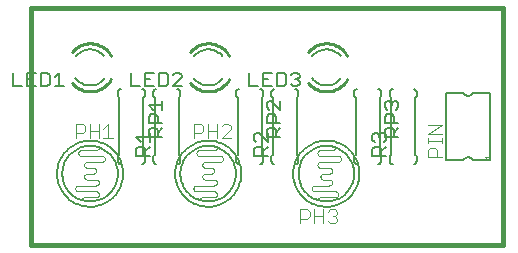
<source format=gto>
G75*
%MOIN*%
%OFA0B0*%
%FSLAX24Y24*%
%IPPOS*%
%LPD*%
%AMOC8*
5,1,8,0,0,1.08239X$1,22.5*
%
%ADD10C,0.0160*%
%ADD11C,0.0060*%
%ADD12C,0.0100*%
%ADD13C,0.0050*%
%ADD14C,0.0040*%
%ADD15C,0.0080*%
%ADD16C,0.0010*%
D10*
X000837Y000694D02*
X016585Y000694D01*
X016585Y008568D01*
X000837Y008568D01*
X000837Y000694D01*
D11*
X003733Y003481D02*
X003733Y003631D01*
X003783Y003681D01*
X003783Y005581D01*
X003733Y005631D01*
X003733Y005781D01*
X003735Y005798D01*
X003739Y005815D01*
X003746Y005831D01*
X003756Y005845D01*
X003769Y005858D01*
X003783Y005868D01*
X003799Y005875D01*
X003816Y005879D01*
X003833Y005881D01*
X004533Y005881D02*
X004550Y005879D01*
X004567Y005875D01*
X004583Y005868D01*
X004597Y005858D01*
X004610Y005845D01*
X004620Y005831D01*
X004627Y005815D01*
X004631Y005798D01*
X004633Y005781D01*
X004633Y005631D01*
X004583Y005581D01*
X004583Y003681D01*
X004633Y003631D01*
X004633Y003481D01*
X004631Y003464D01*
X004627Y003447D01*
X004620Y003431D01*
X004610Y003417D01*
X004597Y003404D01*
X004583Y003394D01*
X004567Y003387D01*
X004550Y003383D01*
X004533Y003381D01*
X004914Y003481D02*
X004914Y003631D01*
X004964Y003681D01*
X004964Y005581D01*
X004914Y005631D01*
X004914Y005781D01*
X004916Y005798D01*
X004920Y005815D01*
X004927Y005831D01*
X004937Y005845D01*
X004950Y005858D01*
X004964Y005868D01*
X004980Y005875D01*
X004997Y005879D01*
X005014Y005881D01*
X005714Y005881D02*
X005731Y005879D01*
X005748Y005875D01*
X005764Y005868D01*
X005778Y005858D01*
X005791Y005845D01*
X005801Y005831D01*
X005808Y005815D01*
X005812Y005798D01*
X005814Y005781D01*
X005814Y005631D01*
X005764Y005581D01*
X005764Y003681D01*
X005814Y003631D01*
X005814Y003481D01*
X005812Y003464D01*
X005808Y003447D01*
X005801Y003431D01*
X005791Y003417D01*
X005778Y003404D01*
X005764Y003394D01*
X005748Y003387D01*
X005731Y003383D01*
X005714Y003381D01*
X005014Y003381D02*
X004997Y003383D01*
X004980Y003387D01*
X004964Y003394D01*
X004950Y003404D01*
X004937Y003417D01*
X004927Y003431D01*
X004920Y003447D01*
X004916Y003464D01*
X004914Y003481D01*
X003833Y003381D02*
X003816Y003383D01*
X003799Y003387D01*
X003783Y003394D01*
X003769Y003404D01*
X003756Y003417D01*
X003746Y003431D01*
X003739Y003447D01*
X003735Y003464D01*
X003733Y003481D01*
X007670Y003481D02*
X007670Y003631D01*
X007720Y003681D01*
X007720Y005581D01*
X007670Y005631D01*
X007670Y005781D01*
X007672Y005798D01*
X007676Y005815D01*
X007683Y005831D01*
X007693Y005845D01*
X007706Y005858D01*
X007720Y005868D01*
X007736Y005875D01*
X007753Y005879D01*
X007770Y005881D01*
X008470Y005881D02*
X008487Y005879D01*
X008504Y005875D01*
X008520Y005868D01*
X008534Y005858D01*
X008547Y005845D01*
X008557Y005831D01*
X008564Y005815D01*
X008568Y005798D01*
X008570Y005781D01*
X008570Y005631D01*
X008520Y005581D01*
X008520Y003681D01*
X008570Y003631D01*
X008570Y003481D01*
X008568Y003464D01*
X008564Y003447D01*
X008557Y003431D01*
X008547Y003417D01*
X008534Y003404D01*
X008520Y003394D01*
X008504Y003387D01*
X008487Y003383D01*
X008470Y003381D01*
X008851Y003481D02*
X008851Y003631D01*
X008901Y003681D01*
X008901Y005581D01*
X008851Y005631D01*
X008851Y005781D01*
X008853Y005798D01*
X008857Y005815D01*
X008864Y005831D01*
X008874Y005845D01*
X008887Y005858D01*
X008901Y005868D01*
X008917Y005875D01*
X008934Y005879D01*
X008951Y005881D01*
X009651Y005881D02*
X009668Y005879D01*
X009685Y005875D01*
X009701Y005868D01*
X009715Y005858D01*
X009728Y005845D01*
X009738Y005831D01*
X009745Y005815D01*
X009749Y005798D01*
X009751Y005781D01*
X009751Y005631D01*
X009701Y005581D01*
X009701Y003681D01*
X009751Y003631D01*
X009751Y003481D01*
X009749Y003464D01*
X009745Y003447D01*
X009738Y003431D01*
X009728Y003417D01*
X009715Y003404D01*
X009701Y003394D01*
X009685Y003387D01*
X009668Y003383D01*
X009651Y003381D01*
X008951Y003381D02*
X008934Y003383D01*
X008917Y003387D01*
X008901Y003394D01*
X008887Y003404D01*
X008874Y003417D01*
X008864Y003431D01*
X008857Y003447D01*
X008853Y003464D01*
X008851Y003481D01*
X007770Y003381D02*
X007753Y003383D01*
X007736Y003387D01*
X007720Y003394D01*
X007706Y003404D01*
X007693Y003417D01*
X007683Y003431D01*
X007676Y003447D01*
X007672Y003464D01*
X007670Y003481D01*
X011607Y003481D02*
X011607Y003631D01*
X011657Y003681D01*
X011657Y005581D01*
X011607Y005631D01*
X011607Y005781D01*
X011609Y005798D01*
X011613Y005815D01*
X011620Y005831D01*
X011630Y005845D01*
X011643Y005858D01*
X011657Y005868D01*
X011673Y005875D01*
X011690Y005879D01*
X011707Y005881D01*
X012407Y005881D02*
X012424Y005879D01*
X012441Y005875D01*
X012457Y005868D01*
X012471Y005858D01*
X012484Y005845D01*
X012494Y005831D01*
X012501Y005815D01*
X012505Y005798D01*
X012507Y005781D01*
X012507Y005631D01*
X012457Y005581D01*
X012457Y003681D01*
X012507Y003631D01*
X012507Y003481D01*
X012505Y003464D01*
X012501Y003447D01*
X012494Y003431D01*
X012484Y003417D01*
X012471Y003404D01*
X012457Y003394D01*
X012441Y003387D01*
X012424Y003383D01*
X012407Y003381D01*
X012788Y003481D02*
X012788Y003631D01*
X012838Y003681D01*
X012838Y005581D01*
X012788Y005631D01*
X012788Y005781D01*
X012790Y005798D01*
X012794Y005815D01*
X012801Y005831D01*
X012811Y005845D01*
X012824Y005858D01*
X012838Y005868D01*
X012854Y005875D01*
X012871Y005879D01*
X012888Y005881D01*
X013588Y005881D02*
X013605Y005879D01*
X013622Y005875D01*
X013638Y005868D01*
X013652Y005858D01*
X013665Y005845D01*
X013675Y005831D01*
X013682Y005815D01*
X013686Y005798D01*
X013688Y005781D01*
X013688Y005631D01*
X013638Y005581D01*
X013638Y003681D01*
X013688Y003631D01*
X013688Y003481D01*
X013686Y003464D01*
X013682Y003447D01*
X013675Y003431D01*
X013665Y003417D01*
X013652Y003404D01*
X013638Y003394D01*
X013622Y003387D01*
X013605Y003383D01*
X013588Y003381D01*
X012888Y003381D02*
X012871Y003383D01*
X012854Y003387D01*
X012838Y003394D01*
X012824Y003404D01*
X012811Y003417D01*
X012801Y003431D01*
X012794Y003447D01*
X012790Y003464D01*
X012788Y003481D01*
X011707Y003381D02*
X011690Y003383D01*
X011673Y003387D01*
X011657Y003394D01*
X011643Y003404D01*
X011630Y003417D01*
X011620Y003431D01*
X011613Y003447D01*
X011609Y003464D01*
X011607Y003481D01*
X010679Y005999D02*
X010632Y006001D01*
X010584Y006007D01*
X010538Y006016D01*
X010492Y006029D01*
X010448Y006045D01*
X010404Y006066D01*
X010363Y006089D01*
X010324Y006115D01*
X010287Y006145D01*
X010252Y006178D01*
X010220Y006213D01*
X010191Y006250D01*
X010679Y007199D02*
X010724Y007197D01*
X010770Y007192D01*
X010814Y007184D01*
X010858Y007172D01*
X010901Y007156D01*
X010943Y007138D01*
X010983Y007116D01*
X011021Y007092D01*
X011057Y007065D01*
X011092Y007035D01*
X011123Y007002D01*
X011153Y006967D01*
X010679Y007199D02*
X010634Y007197D01*
X010588Y007192D01*
X010544Y007184D01*
X010500Y007172D01*
X010457Y007156D01*
X010415Y007138D01*
X010375Y007116D01*
X010337Y007092D01*
X010301Y007065D01*
X010266Y007035D01*
X010235Y007002D01*
X010205Y006967D01*
X010679Y005999D02*
X010725Y006001D01*
X010771Y006006D01*
X010817Y006015D01*
X010862Y006027D01*
X010905Y006043D01*
X010947Y006062D01*
X010988Y006085D01*
X011027Y006110D01*
X011063Y006138D01*
X011098Y006169D01*
X011130Y006203D01*
X011159Y006239D01*
X006742Y005999D02*
X006695Y006001D01*
X006647Y006007D01*
X006601Y006016D01*
X006555Y006029D01*
X006511Y006045D01*
X006467Y006066D01*
X006426Y006089D01*
X006387Y006115D01*
X006350Y006145D01*
X006315Y006178D01*
X006283Y006213D01*
X006254Y006250D01*
X006742Y007199D02*
X006787Y007197D01*
X006833Y007192D01*
X006877Y007184D01*
X006921Y007172D01*
X006964Y007156D01*
X007006Y007138D01*
X007046Y007116D01*
X007084Y007092D01*
X007120Y007065D01*
X007155Y007035D01*
X007186Y007002D01*
X007216Y006967D01*
X006742Y007199D02*
X006697Y007197D01*
X006651Y007192D01*
X006607Y007184D01*
X006563Y007172D01*
X006520Y007156D01*
X006478Y007138D01*
X006438Y007116D01*
X006400Y007092D01*
X006364Y007065D01*
X006329Y007035D01*
X006298Y007002D01*
X006268Y006967D01*
X006742Y005999D02*
X006788Y006001D01*
X006834Y006006D01*
X006880Y006015D01*
X006925Y006027D01*
X006968Y006043D01*
X007010Y006062D01*
X007051Y006085D01*
X007090Y006110D01*
X007126Y006138D01*
X007161Y006169D01*
X007193Y006203D01*
X007222Y006239D01*
X002805Y005999D02*
X002758Y006001D01*
X002710Y006007D01*
X002664Y006016D01*
X002618Y006029D01*
X002574Y006045D01*
X002530Y006066D01*
X002489Y006089D01*
X002450Y006115D01*
X002413Y006145D01*
X002378Y006178D01*
X002346Y006213D01*
X002317Y006250D01*
X002805Y007199D02*
X002850Y007197D01*
X002896Y007192D01*
X002940Y007184D01*
X002984Y007172D01*
X003027Y007156D01*
X003069Y007138D01*
X003109Y007116D01*
X003147Y007092D01*
X003183Y007065D01*
X003218Y007035D01*
X003249Y007002D01*
X003279Y006967D01*
X002805Y007199D02*
X002760Y007197D01*
X002714Y007192D01*
X002670Y007184D01*
X002626Y007172D01*
X002583Y007156D01*
X002541Y007138D01*
X002501Y007116D01*
X002463Y007092D01*
X002427Y007065D01*
X002392Y007035D01*
X002361Y007002D01*
X002331Y006967D01*
X002805Y005999D02*
X002851Y006001D01*
X002897Y006006D01*
X002943Y006015D01*
X002988Y006027D01*
X003031Y006043D01*
X003073Y006062D01*
X003114Y006085D01*
X003153Y006110D01*
X003189Y006138D01*
X003224Y006169D01*
X003256Y006203D01*
X003285Y006239D01*
D12*
X003500Y006996D02*
X003470Y007044D01*
X003437Y007089D01*
X003401Y007132D01*
X003363Y007173D01*
X003321Y007210D01*
X003277Y007245D01*
X003231Y007276D01*
X003182Y007305D01*
X003132Y007329D01*
X003080Y007350D01*
X003026Y007368D01*
X002972Y007381D01*
X002917Y007391D01*
X002861Y007397D01*
X002805Y007399D01*
X003511Y006223D02*
X003484Y006176D01*
X003454Y006131D01*
X003421Y006088D01*
X003385Y006048D01*
X003346Y006010D01*
X003305Y005975D01*
X003262Y005942D01*
X003217Y005913D01*
X003169Y005887D01*
X003120Y005864D01*
X003070Y005844D01*
X003019Y005828D01*
X002966Y005815D01*
X002913Y005806D01*
X002859Y005801D01*
X002805Y005799D01*
X002194Y007116D02*
X002230Y007155D01*
X002269Y007193D01*
X002309Y007227D01*
X002352Y007259D01*
X002397Y007287D01*
X002444Y007313D01*
X002493Y007336D01*
X002543Y007355D01*
X002594Y007371D01*
X002646Y007383D01*
X002698Y007392D01*
X002752Y007397D01*
X002805Y007399D01*
X002190Y006087D02*
X002226Y006047D01*
X002265Y006009D01*
X002306Y005974D01*
X002349Y005942D01*
X002394Y005912D01*
X002441Y005886D01*
X002490Y005864D01*
X002541Y005844D01*
X002592Y005828D01*
X002644Y005815D01*
X002698Y005806D01*
X002751Y005801D01*
X002805Y005799D01*
X006742Y005799D02*
X006796Y005801D01*
X006850Y005806D01*
X006903Y005815D01*
X006956Y005828D01*
X007007Y005844D01*
X007057Y005864D01*
X007106Y005887D01*
X007154Y005913D01*
X007199Y005942D01*
X007242Y005975D01*
X007283Y006010D01*
X007322Y006048D01*
X007358Y006088D01*
X007391Y006131D01*
X007421Y006176D01*
X007448Y006223D01*
X007437Y006996D02*
X007407Y007044D01*
X007374Y007089D01*
X007338Y007132D01*
X007300Y007173D01*
X007258Y007210D01*
X007214Y007245D01*
X007168Y007276D01*
X007119Y007305D01*
X007069Y007329D01*
X007017Y007350D01*
X006963Y007368D01*
X006909Y007381D01*
X006854Y007391D01*
X006798Y007397D01*
X006742Y007399D01*
X006689Y007397D01*
X006635Y007392D01*
X006583Y007383D01*
X006531Y007371D01*
X006480Y007355D01*
X006430Y007336D01*
X006381Y007313D01*
X006334Y007287D01*
X006289Y007259D01*
X006246Y007227D01*
X006206Y007193D01*
X006167Y007155D01*
X006131Y007116D01*
X006127Y006087D02*
X006163Y006047D01*
X006202Y006009D01*
X006243Y005974D01*
X006286Y005942D01*
X006331Y005912D01*
X006378Y005886D01*
X006427Y005864D01*
X006478Y005844D01*
X006529Y005828D01*
X006581Y005815D01*
X006635Y005806D01*
X006688Y005801D01*
X006742Y005799D01*
X010679Y005799D02*
X010733Y005801D01*
X010787Y005806D01*
X010840Y005815D01*
X010893Y005828D01*
X010944Y005844D01*
X010994Y005864D01*
X011043Y005887D01*
X011091Y005913D01*
X011136Y005942D01*
X011179Y005975D01*
X011220Y006010D01*
X011259Y006048D01*
X011295Y006088D01*
X011328Y006131D01*
X011358Y006176D01*
X011385Y006223D01*
X011374Y006996D02*
X011344Y007044D01*
X011311Y007089D01*
X011275Y007132D01*
X011237Y007173D01*
X011195Y007210D01*
X011151Y007245D01*
X011105Y007276D01*
X011056Y007305D01*
X011006Y007329D01*
X010954Y007350D01*
X010900Y007368D01*
X010846Y007381D01*
X010791Y007391D01*
X010735Y007397D01*
X010679Y007399D01*
X010626Y007397D01*
X010572Y007392D01*
X010520Y007383D01*
X010468Y007371D01*
X010417Y007355D01*
X010367Y007336D01*
X010318Y007313D01*
X010271Y007287D01*
X010226Y007259D01*
X010183Y007227D01*
X010143Y007193D01*
X010104Y007155D01*
X010068Y007116D01*
X010064Y006087D02*
X010100Y006047D01*
X010139Y006009D01*
X010180Y005974D01*
X010223Y005942D01*
X010268Y005912D01*
X010315Y005886D01*
X010364Y005864D01*
X010415Y005844D01*
X010466Y005828D01*
X010518Y005815D01*
X010572Y005806D01*
X010625Y005801D01*
X010679Y005799D01*
D13*
X009794Y006049D02*
X009719Y005974D01*
X009569Y005974D01*
X009494Y006049D01*
X009334Y006049D02*
X009259Y005974D01*
X009034Y005974D01*
X009034Y006425D01*
X009259Y006425D01*
X009334Y006350D01*
X009334Y006049D01*
X009644Y006199D02*
X009719Y006199D01*
X009794Y006124D01*
X009794Y006049D01*
X009719Y006199D02*
X009794Y006274D01*
X009794Y006350D01*
X009719Y006425D01*
X009569Y006425D01*
X009494Y006350D01*
X008873Y006425D02*
X008573Y006425D01*
X008573Y005974D01*
X008873Y005974D01*
X008723Y006199D02*
X008573Y006199D01*
X008413Y005974D02*
X008113Y005974D01*
X008113Y006425D01*
X008770Y005496D02*
X008695Y005421D01*
X008695Y005270D01*
X008770Y005195D01*
X008770Y005035D02*
X008920Y005035D01*
X008995Y004960D01*
X008995Y004735D01*
X009145Y004735D02*
X008695Y004735D01*
X008695Y004960D01*
X008770Y005035D01*
X009145Y005195D02*
X008845Y005496D01*
X008770Y005496D01*
X009145Y005496D02*
X009145Y005195D01*
X009145Y004575D02*
X008995Y004425D01*
X008995Y004500D02*
X008995Y004275D01*
X009145Y004275D02*
X008695Y004275D01*
X008695Y004500D01*
X008770Y004575D01*
X008920Y004575D01*
X008995Y004500D01*
X008726Y004416D02*
X008726Y004116D01*
X008426Y004416D01*
X008351Y004416D01*
X008276Y004341D01*
X008276Y004191D01*
X008351Y004116D01*
X008351Y003956D02*
X008501Y003956D01*
X008576Y003881D01*
X008576Y003656D01*
X008726Y003656D02*
X008276Y003656D01*
X008276Y003881D01*
X008351Y003956D01*
X008576Y003806D02*
X008726Y003956D01*
X012213Y003881D02*
X012213Y003656D01*
X012663Y003656D01*
X012513Y003656D02*
X012513Y003881D01*
X012438Y003956D01*
X012288Y003956D01*
X012213Y003881D01*
X012513Y003806D02*
X012663Y003956D01*
X012588Y004116D02*
X012663Y004191D01*
X012663Y004341D01*
X012588Y004416D01*
X012513Y004416D01*
X012438Y004341D01*
X012438Y004266D01*
X012438Y004341D02*
X012363Y004416D01*
X012288Y004416D01*
X012213Y004341D01*
X012213Y004191D01*
X012288Y004116D01*
X012632Y004275D02*
X012632Y004500D01*
X012707Y004575D01*
X012857Y004575D01*
X012932Y004500D01*
X012932Y004275D01*
X012932Y004425D02*
X013082Y004575D01*
X013082Y004735D02*
X012632Y004735D01*
X012632Y004960D01*
X012707Y005035D01*
X012857Y005035D01*
X012932Y004960D01*
X012932Y004735D01*
X013007Y005195D02*
X013082Y005270D01*
X013082Y005421D01*
X013007Y005496D01*
X012932Y005496D01*
X012857Y005421D01*
X012857Y005345D01*
X012857Y005421D02*
X012782Y005496D01*
X012707Y005496D01*
X012632Y005421D01*
X012632Y005270D01*
X012707Y005195D01*
X012632Y004275D02*
X013082Y004275D01*
X005857Y005974D02*
X005557Y005974D01*
X005857Y006274D01*
X005857Y006350D01*
X005782Y006425D01*
X005632Y006425D01*
X005557Y006350D01*
X005397Y006350D02*
X005322Y006425D01*
X005097Y006425D01*
X005097Y005974D01*
X005322Y005974D01*
X005397Y006049D01*
X005397Y006350D01*
X004936Y006425D02*
X004636Y006425D01*
X004636Y005974D01*
X004936Y005974D01*
X004786Y006199D02*
X004636Y006199D01*
X004476Y005974D02*
X004176Y005974D01*
X004176Y006425D01*
X005208Y005496D02*
X005208Y005195D01*
X005208Y005345D02*
X004758Y005345D01*
X004908Y005195D01*
X004833Y005035D02*
X004983Y005035D01*
X005058Y004960D01*
X005058Y004735D01*
X005208Y004735D02*
X004758Y004735D01*
X004758Y004960D01*
X004833Y005035D01*
X004833Y004575D02*
X004983Y004575D01*
X005058Y004500D01*
X005058Y004275D01*
X005058Y004425D02*
X005208Y004575D01*
X004833Y004575D02*
X004758Y004500D01*
X004758Y004275D01*
X005208Y004275D01*
X004789Y004266D02*
X004339Y004266D01*
X004489Y004116D01*
X004414Y003956D02*
X004564Y003956D01*
X004639Y003881D01*
X004639Y003656D01*
X004789Y003656D02*
X004339Y003656D01*
X004339Y003881D01*
X004414Y003956D01*
X004639Y003806D02*
X004789Y003956D01*
X004789Y004116D02*
X004789Y004416D01*
X001920Y005974D02*
X001620Y005974D01*
X001770Y005974D02*
X001770Y006425D01*
X001620Y006274D01*
X001460Y006350D02*
X001385Y006425D01*
X001160Y006425D01*
X001160Y005974D01*
X001385Y005974D01*
X001460Y006049D01*
X001460Y006350D01*
X000999Y006425D02*
X000699Y006425D01*
X000699Y005974D01*
X000999Y005974D01*
X000849Y006199D02*
X000699Y006199D01*
X000539Y005974D02*
X000239Y005974D01*
X000239Y006425D01*
D14*
X002330Y004710D02*
X002560Y004710D01*
X002637Y004633D01*
X002637Y004479D01*
X002560Y004403D01*
X002330Y004403D01*
X002330Y004249D02*
X002330Y004710D01*
X002790Y004710D02*
X002790Y004249D01*
X003097Y004249D02*
X003097Y004710D01*
X003251Y004556D02*
X003404Y004710D01*
X003404Y004249D01*
X003251Y004249D02*
X003558Y004249D01*
X003097Y004479D02*
X002790Y004479D01*
X003100Y003942D02*
X003099Y003925D01*
X003094Y003908D01*
X003087Y003893D01*
X003077Y003879D01*
X003065Y003867D01*
X003051Y003857D01*
X003036Y003850D01*
X003019Y003845D01*
X003002Y003844D01*
X003002Y003843D02*
X002510Y003843D01*
X002492Y003841D01*
X002475Y003836D01*
X002458Y003828D01*
X002444Y003817D01*
X002432Y003804D01*
X002422Y003789D01*
X002416Y003772D01*
X002412Y003754D01*
X002412Y003736D01*
X002416Y003718D01*
X002422Y003701D01*
X002432Y003686D01*
X002444Y003673D01*
X002458Y003662D01*
X002475Y003654D01*
X002492Y003649D01*
X002510Y003647D01*
X002510Y003646D02*
X003199Y003646D01*
X003217Y003644D01*
X003234Y003639D01*
X003251Y003631D01*
X003265Y003620D01*
X003277Y003607D01*
X003287Y003592D01*
X003293Y003575D01*
X003297Y003557D01*
X003297Y003539D01*
X003293Y003521D01*
X003287Y003504D01*
X003277Y003489D01*
X003265Y003476D01*
X003251Y003465D01*
X003234Y003457D01*
X003217Y003452D01*
X003199Y003450D01*
X002707Y003450D01*
X002707Y003449D02*
X002689Y003447D01*
X002672Y003442D01*
X002655Y003434D01*
X002641Y003423D01*
X002629Y003410D01*
X002619Y003395D01*
X002613Y003378D01*
X002609Y003360D01*
X002609Y003342D01*
X002613Y003324D01*
X002619Y003307D01*
X002629Y003292D01*
X002641Y003279D01*
X002655Y003268D01*
X002672Y003260D01*
X002689Y003255D01*
X002707Y003253D01*
X002904Y003253D01*
X002904Y003252D02*
X002922Y003250D01*
X002939Y003245D01*
X002956Y003237D01*
X002970Y003226D01*
X002982Y003213D01*
X002992Y003198D01*
X002998Y003181D01*
X003002Y003163D01*
X003002Y003145D01*
X002998Y003127D01*
X002992Y003110D01*
X002982Y003095D01*
X002970Y003082D01*
X002956Y003071D01*
X002939Y003063D01*
X002922Y003058D01*
X002904Y003056D01*
X002707Y003056D01*
X002707Y003055D02*
X002689Y003053D01*
X002672Y003048D01*
X002655Y003040D01*
X002641Y003029D01*
X002629Y003016D01*
X002619Y003001D01*
X002613Y002984D01*
X002609Y002966D01*
X002609Y002948D01*
X002613Y002930D01*
X002619Y002913D01*
X002629Y002898D01*
X002641Y002885D01*
X002655Y002874D01*
X002672Y002866D01*
X002689Y002861D01*
X002707Y002859D01*
X003002Y002859D01*
X003020Y002857D01*
X003037Y002852D01*
X003054Y002844D01*
X003068Y002833D01*
X003080Y002820D01*
X003090Y002805D01*
X003096Y002788D01*
X003100Y002770D01*
X003100Y002752D01*
X003096Y002734D01*
X003090Y002717D01*
X003080Y002702D01*
X003068Y002689D01*
X003054Y002678D01*
X003037Y002670D01*
X003020Y002665D01*
X003002Y002663D01*
X003002Y002662D02*
X002412Y002662D01*
X002394Y002660D01*
X002377Y002655D01*
X002360Y002647D01*
X002346Y002636D01*
X002334Y002623D01*
X002324Y002608D01*
X002318Y002591D01*
X002314Y002573D01*
X002314Y002555D01*
X002318Y002537D01*
X002324Y002520D01*
X002334Y002505D01*
X002346Y002492D01*
X002360Y002481D01*
X002377Y002473D01*
X002394Y002468D01*
X002412Y002466D01*
X002412Y002465D02*
X003002Y002465D01*
X003020Y002463D01*
X003037Y002458D01*
X003054Y002450D01*
X003068Y002439D01*
X003080Y002426D01*
X003090Y002411D01*
X003096Y002394D01*
X003100Y002376D01*
X003100Y002358D01*
X003096Y002340D01*
X003090Y002323D01*
X003080Y002308D01*
X003068Y002295D01*
X003054Y002284D01*
X003037Y002276D01*
X003020Y002271D01*
X003002Y002269D01*
X002609Y002269D01*
X002609Y002268D02*
X002592Y002267D01*
X002575Y002262D01*
X002560Y002255D01*
X002546Y002245D01*
X002534Y002233D01*
X002524Y002219D01*
X002517Y002204D01*
X002512Y002187D01*
X002511Y002170D01*
X006349Y002465D02*
X006939Y002465D01*
X006957Y002463D01*
X006974Y002458D01*
X006991Y002450D01*
X007005Y002439D01*
X007017Y002426D01*
X007027Y002411D01*
X007033Y002394D01*
X007037Y002376D01*
X007037Y002358D01*
X007033Y002340D01*
X007027Y002323D01*
X007017Y002308D01*
X007005Y002295D01*
X006991Y002284D01*
X006974Y002276D01*
X006957Y002271D01*
X006939Y002269D01*
X006546Y002269D01*
X006546Y002268D02*
X006529Y002267D01*
X006512Y002262D01*
X006497Y002255D01*
X006483Y002245D01*
X006471Y002233D01*
X006461Y002219D01*
X006454Y002204D01*
X006449Y002187D01*
X006448Y002170D01*
X006349Y002466D02*
X006331Y002468D01*
X006314Y002473D01*
X006297Y002481D01*
X006283Y002492D01*
X006271Y002505D01*
X006261Y002520D01*
X006255Y002537D01*
X006251Y002555D01*
X006251Y002573D01*
X006255Y002591D01*
X006261Y002608D01*
X006271Y002623D01*
X006283Y002636D01*
X006297Y002647D01*
X006314Y002655D01*
X006331Y002660D01*
X006349Y002662D01*
X006939Y002662D01*
X006939Y002663D02*
X006957Y002665D01*
X006974Y002670D01*
X006991Y002678D01*
X007005Y002689D01*
X007017Y002702D01*
X007027Y002717D01*
X007033Y002734D01*
X007037Y002752D01*
X007037Y002770D01*
X007033Y002788D01*
X007027Y002805D01*
X007017Y002820D01*
X007005Y002833D01*
X006991Y002844D01*
X006974Y002852D01*
X006957Y002857D01*
X006939Y002859D01*
X006644Y002859D01*
X006626Y002861D01*
X006609Y002866D01*
X006592Y002874D01*
X006578Y002885D01*
X006566Y002898D01*
X006556Y002913D01*
X006550Y002930D01*
X006546Y002948D01*
X006546Y002966D01*
X006550Y002984D01*
X006556Y003001D01*
X006566Y003016D01*
X006578Y003029D01*
X006592Y003040D01*
X006609Y003048D01*
X006626Y003053D01*
X006644Y003055D01*
X006644Y003056D02*
X006841Y003056D01*
X006859Y003058D01*
X006876Y003063D01*
X006893Y003071D01*
X006907Y003082D01*
X006919Y003095D01*
X006929Y003110D01*
X006935Y003127D01*
X006939Y003145D01*
X006939Y003163D01*
X006935Y003181D01*
X006929Y003198D01*
X006919Y003213D01*
X006907Y003226D01*
X006893Y003237D01*
X006876Y003245D01*
X006859Y003250D01*
X006841Y003252D01*
X006841Y003253D02*
X006644Y003253D01*
X006626Y003255D01*
X006609Y003260D01*
X006592Y003268D01*
X006578Y003279D01*
X006566Y003292D01*
X006556Y003307D01*
X006550Y003324D01*
X006546Y003342D01*
X006546Y003360D01*
X006550Y003378D01*
X006556Y003395D01*
X006566Y003410D01*
X006578Y003423D01*
X006592Y003434D01*
X006609Y003442D01*
X006626Y003447D01*
X006644Y003449D01*
X006644Y003450D02*
X007136Y003450D01*
X007154Y003452D01*
X007171Y003457D01*
X007188Y003465D01*
X007202Y003476D01*
X007214Y003489D01*
X007224Y003504D01*
X007230Y003521D01*
X007234Y003539D01*
X007234Y003557D01*
X007230Y003575D01*
X007224Y003592D01*
X007214Y003607D01*
X007202Y003620D01*
X007188Y003631D01*
X007171Y003639D01*
X007154Y003644D01*
X007136Y003646D01*
X006447Y003646D01*
X006447Y003647D02*
X006429Y003649D01*
X006412Y003654D01*
X006395Y003662D01*
X006381Y003673D01*
X006369Y003686D01*
X006359Y003701D01*
X006353Y003718D01*
X006349Y003736D01*
X006349Y003754D01*
X006353Y003772D01*
X006359Y003789D01*
X006369Y003804D01*
X006381Y003817D01*
X006395Y003828D01*
X006412Y003836D01*
X006429Y003841D01*
X006447Y003843D01*
X006939Y003843D01*
X006939Y003844D02*
X006956Y003845D01*
X006973Y003850D01*
X006988Y003857D01*
X007002Y003867D01*
X007014Y003879D01*
X007024Y003893D01*
X007031Y003908D01*
X007036Y003925D01*
X007037Y003942D01*
X007034Y004249D02*
X007034Y004710D01*
X007188Y004633D02*
X007265Y004710D01*
X007418Y004710D01*
X007495Y004633D01*
X007495Y004556D01*
X007188Y004249D01*
X007495Y004249D01*
X007034Y004479D02*
X006727Y004479D01*
X006574Y004479D02*
X006497Y004403D01*
X006267Y004403D01*
X006267Y004249D02*
X006267Y004710D01*
X006497Y004710D01*
X006574Y004633D01*
X006574Y004479D01*
X006727Y004249D02*
X006727Y004710D01*
X010483Y003843D02*
X010876Y003843D01*
X010876Y003844D02*
X010893Y003845D01*
X010910Y003850D01*
X010925Y003857D01*
X010939Y003867D01*
X010951Y003879D01*
X010961Y003893D01*
X010968Y003908D01*
X010973Y003925D01*
X010974Y003942D01*
X011073Y003646D02*
X010483Y003646D01*
X010483Y003647D02*
X010465Y003649D01*
X010448Y003654D01*
X010431Y003662D01*
X010417Y003673D01*
X010405Y003686D01*
X010395Y003701D01*
X010389Y003718D01*
X010385Y003736D01*
X010385Y003754D01*
X010389Y003772D01*
X010395Y003789D01*
X010405Y003804D01*
X010417Y003817D01*
X010431Y003828D01*
X010448Y003836D01*
X010465Y003841D01*
X010483Y003843D01*
X011073Y003646D02*
X011091Y003644D01*
X011108Y003639D01*
X011125Y003631D01*
X011139Y003620D01*
X011151Y003607D01*
X011161Y003592D01*
X011167Y003575D01*
X011171Y003557D01*
X011171Y003539D01*
X011167Y003521D01*
X011161Y003504D01*
X011151Y003489D01*
X011139Y003476D01*
X011125Y003465D01*
X011108Y003457D01*
X011091Y003452D01*
X011073Y003450D01*
X010483Y003450D01*
X010483Y003449D02*
X010465Y003447D01*
X010448Y003442D01*
X010431Y003434D01*
X010417Y003423D01*
X010405Y003410D01*
X010395Y003395D01*
X010389Y003378D01*
X010385Y003360D01*
X010385Y003342D01*
X010389Y003324D01*
X010395Y003307D01*
X010405Y003292D01*
X010417Y003279D01*
X010431Y003268D01*
X010448Y003260D01*
X010465Y003255D01*
X010483Y003253D01*
X010778Y003253D01*
X010778Y003252D02*
X010796Y003250D01*
X010813Y003245D01*
X010830Y003237D01*
X010844Y003226D01*
X010856Y003213D01*
X010866Y003198D01*
X010872Y003181D01*
X010876Y003163D01*
X010876Y003145D01*
X010872Y003127D01*
X010866Y003110D01*
X010856Y003095D01*
X010844Y003082D01*
X010830Y003071D01*
X010813Y003063D01*
X010796Y003058D01*
X010778Y003056D01*
X010581Y003056D01*
X010581Y003055D02*
X010563Y003053D01*
X010546Y003048D01*
X010529Y003040D01*
X010515Y003029D01*
X010503Y003016D01*
X010493Y003001D01*
X010487Y002984D01*
X010483Y002966D01*
X010483Y002948D01*
X010487Y002930D01*
X010493Y002913D01*
X010503Y002898D01*
X010515Y002885D01*
X010529Y002874D01*
X010546Y002866D01*
X010563Y002861D01*
X010581Y002859D01*
X010778Y002859D01*
X010796Y002857D01*
X010813Y002852D01*
X010830Y002844D01*
X010844Y002833D01*
X010856Y002820D01*
X010866Y002805D01*
X010872Y002788D01*
X010876Y002770D01*
X010876Y002752D01*
X010872Y002734D01*
X010866Y002717D01*
X010856Y002702D01*
X010844Y002689D01*
X010830Y002678D01*
X010813Y002670D01*
X010796Y002665D01*
X010778Y002663D01*
X010778Y002662D02*
X010286Y002662D01*
X010268Y002660D01*
X010251Y002655D01*
X010234Y002647D01*
X010220Y002636D01*
X010208Y002623D01*
X010198Y002608D01*
X010192Y002591D01*
X010188Y002573D01*
X010188Y002555D01*
X010192Y002537D01*
X010198Y002520D01*
X010208Y002505D01*
X010220Y002492D01*
X010234Y002481D01*
X010251Y002473D01*
X010268Y002468D01*
X010286Y002466D01*
X010286Y002465D02*
X010975Y002465D01*
X010993Y002463D01*
X011010Y002458D01*
X011027Y002450D01*
X011041Y002439D01*
X011053Y002426D01*
X011063Y002411D01*
X011069Y002394D01*
X011073Y002376D01*
X011073Y002358D01*
X011069Y002340D01*
X011063Y002323D01*
X011053Y002308D01*
X011041Y002295D01*
X011027Y002284D01*
X011010Y002276D01*
X010993Y002271D01*
X010975Y002269D01*
X010483Y002269D01*
X010483Y002268D02*
X010466Y002267D01*
X010449Y002262D01*
X010434Y002255D01*
X010420Y002245D01*
X010408Y002233D01*
X010398Y002219D01*
X010391Y002204D01*
X010386Y002187D01*
X010385Y002170D01*
X010274Y001863D02*
X010274Y001403D01*
X010581Y001403D02*
X010581Y001863D01*
X010734Y001786D02*
X010811Y001863D01*
X010965Y001863D01*
X011041Y001786D01*
X011041Y001710D01*
X010965Y001633D01*
X011041Y001556D01*
X011041Y001479D01*
X010965Y001403D01*
X010811Y001403D01*
X010734Y001479D01*
X010581Y001633D02*
X010274Y001633D01*
X010120Y001633D02*
X010044Y001556D01*
X009814Y001556D01*
X009814Y001403D02*
X009814Y001863D01*
X010044Y001863D01*
X010120Y001786D01*
X010120Y001633D01*
X010888Y001633D02*
X010965Y001633D01*
X014061Y003619D02*
X014061Y003849D01*
X014138Y003926D01*
X014291Y003926D01*
X014368Y003849D01*
X014368Y003619D01*
X014522Y003619D02*
X014061Y003619D01*
X014061Y004080D02*
X014061Y004233D01*
X014061Y004156D02*
X014522Y004156D01*
X014522Y004080D02*
X014522Y004233D01*
X014522Y004387D02*
X014061Y004387D01*
X014522Y004693D01*
X014061Y004693D01*
D15*
X014656Y005753D02*
X014656Y003509D01*
X015246Y003509D01*
X015247Y003509D02*
X015259Y003530D01*
X015274Y003549D01*
X015291Y003567D01*
X015311Y003581D01*
X015333Y003593D01*
X015356Y003601D01*
X015380Y003606D01*
X015404Y003608D01*
X015428Y003606D01*
X015452Y003601D01*
X015475Y003593D01*
X015497Y003581D01*
X015517Y003567D01*
X015534Y003549D01*
X015549Y003530D01*
X015561Y003509D01*
X016152Y003509D01*
X016152Y005753D01*
X015561Y005753D01*
X015549Y005732D01*
X015534Y005713D01*
X015517Y005695D01*
X015497Y005681D01*
X015475Y005669D01*
X015452Y005661D01*
X015428Y005656D01*
X015404Y005654D01*
X015380Y005656D01*
X015356Y005661D01*
X015333Y005669D01*
X015311Y005681D01*
X015291Y005695D01*
X015274Y005713D01*
X015259Y005732D01*
X015247Y005753D01*
X015246Y005753D02*
X014656Y005753D01*
X009754Y003056D02*
X009756Y003116D01*
X009762Y003177D01*
X009772Y003236D01*
X009786Y003295D01*
X009803Y003353D01*
X009824Y003410D01*
X009849Y003465D01*
X009878Y003518D01*
X009910Y003570D01*
X009945Y003619D01*
X009984Y003666D01*
X010025Y003710D01*
X010069Y003751D01*
X010116Y003790D01*
X010165Y003825D01*
X010216Y003857D01*
X010270Y003886D01*
X010325Y003911D01*
X010382Y003932D01*
X010440Y003949D01*
X010499Y003963D01*
X010558Y003973D01*
X010619Y003979D01*
X010679Y003981D01*
X010739Y003979D01*
X010800Y003973D01*
X010859Y003963D01*
X010918Y003949D01*
X010976Y003932D01*
X011033Y003911D01*
X011088Y003886D01*
X011141Y003857D01*
X011193Y003825D01*
X011242Y003790D01*
X011289Y003751D01*
X011333Y003710D01*
X011374Y003666D01*
X011413Y003619D01*
X011448Y003570D01*
X011480Y003519D01*
X011509Y003465D01*
X011534Y003410D01*
X011555Y003353D01*
X011572Y003295D01*
X011586Y003236D01*
X011596Y003177D01*
X011602Y003116D01*
X011604Y003056D01*
X011602Y002996D01*
X011596Y002935D01*
X011586Y002876D01*
X011572Y002817D01*
X011555Y002759D01*
X011534Y002702D01*
X011509Y002647D01*
X011480Y002594D01*
X011448Y002542D01*
X011413Y002493D01*
X011374Y002446D01*
X011333Y002402D01*
X011289Y002361D01*
X011242Y002322D01*
X011193Y002287D01*
X011142Y002255D01*
X011088Y002226D01*
X011033Y002201D01*
X010976Y002180D01*
X010918Y002163D01*
X010859Y002149D01*
X010800Y002139D01*
X010739Y002133D01*
X010679Y002131D01*
X010619Y002133D01*
X010558Y002139D01*
X010499Y002149D01*
X010440Y002163D01*
X010382Y002180D01*
X010325Y002201D01*
X010270Y002226D01*
X010217Y002255D01*
X010165Y002287D01*
X010116Y002322D01*
X010069Y002361D01*
X010025Y002402D01*
X009984Y002446D01*
X009945Y002493D01*
X009910Y002542D01*
X009878Y002593D01*
X009849Y002647D01*
X009824Y002702D01*
X009803Y002759D01*
X009786Y002817D01*
X009772Y002876D01*
X009762Y002935D01*
X009756Y002996D01*
X009754Y003056D01*
X009577Y003056D02*
X009579Y003122D01*
X009585Y003188D01*
X009595Y003253D01*
X009608Y003317D01*
X009626Y003381D01*
X009647Y003443D01*
X009672Y003504D01*
X009701Y003564D01*
X009733Y003621D01*
X009768Y003677D01*
X009807Y003730D01*
X009849Y003781D01*
X009894Y003829D01*
X009942Y003875D01*
X009992Y003918D01*
X010045Y003957D01*
X010100Y003993D01*
X010157Y004026D01*
X010216Y004056D01*
X010276Y004082D01*
X010338Y004104D01*
X010402Y004123D01*
X010466Y004137D01*
X010531Y004148D01*
X010597Y004155D01*
X010663Y004158D01*
X010728Y004157D01*
X010794Y004152D01*
X010860Y004143D01*
X010924Y004130D01*
X010988Y004114D01*
X011051Y004093D01*
X011112Y004069D01*
X011172Y004042D01*
X011230Y004010D01*
X011286Y003976D01*
X011340Y003938D01*
X011392Y003897D01*
X011441Y003853D01*
X011487Y003806D01*
X011530Y003756D01*
X011571Y003704D01*
X011608Y003649D01*
X011641Y003593D01*
X011672Y003534D01*
X011699Y003474D01*
X011722Y003412D01*
X011741Y003349D01*
X011757Y003285D01*
X011769Y003220D01*
X011777Y003155D01*
X011781Y003089D01*
X011781Y003023D01*
X011777Y002957D01*
X011769Y002892D01*
X011757Y002827D01*
X011741Y002763D01*
X011722Y002700D01*
X011699Y002638D01*
X011672Y002578D01*
X011641Y002519D01*
X011608Y002463D01*
X011571Y002408D01*
X011530Y002356D01*
X011487Y002306D01*
X011441Y002259D01*
X011392Y002215D01*
X011340Y002174D01*
X011286Y002136D01*
X011230Y002102D01*
X011172Y002070D01*
X011112Y002043D01*
X011051Y002019D01*
X010988Y001998D01*
X010924Y001982D01*
X010860Y001969D01*
X010794Y001960D01*
X010728Y001955D01*
X010663Y001954D01*
X010597Y001957D01*
X010531Y001964D01*
X010466Y001975D01*
X010402Y001989D01*
X010338Y002008D01*
X010276Y002030D01*
X010216Y002056D01*
X010157Y002086D01*
X010100Y002119D01*
X010045Y002155D01*
X009992Y002194D01*
X009942Y002237D01*
X009894Y002283D01*
X009849Y002331D01*
X009807Y002382D01*
X009768Y002435D01*
X009733Y002491D01*
X009701Y002548D01*
X009672Y002608D01*
X009647Y002669D01*
X009626Y002731D01*
X009608Y002795D01*
X009595Y002859D01*
X009585Y002924D01*
X009579Y002990D01*
X009577Y003056D01*
X005817Y003056D02*
X005819Y003116D01*
X005825Y003177D01*
X005835Y003236D01*
X005849Y003295D01*
X005866Y003353D01*
X005887Y003410D01*
X005912Y003465D01*
X005941Y003518D01*
X005973Y003570D01*
X006008Y003619D01*
X006047Y003666D01*
X006088Y003710D01*
X006132Y003751D01*
X006179Y003790D01*
X006228Y003825D01*
X006279Y003857D01*
X006333Y003886D01*
X006388Y003911D01*
X006445Y003932D01*
X006503Y003949D01*
X006562Y003963D01*
X006621Y003973D01*
X006682Y003979D01*
X006742Y003981D01*
X006802Y003979D01*
X006863Y003973D01*
X006922Y003963D01*
X006981Y003949D01*
X007039Y003932D01*
X007096Y003911D01*
X007151Y003886D01*
X007204Y003857D01*
X007256Y003825D01*
X007305Y003790D01*
X007352Y003751D01*
X007396Y003710D01*
X007437Y003666D01*
X007476Y003619D01*
X007511Y003570D01*
X007543Y003519D01*
X007572Y003465D01*
X007597Y003410D01*
X007618Y003353D01*
X007635Y003295D01*
X007649Y003236D01*
X007659Y003177D01*
X007665Y003116D01*
X007667Y003056D01*
X007665Y002996D01*
X007659Y002935D01*
X007649Y002876D01*
X007635Y002817D01*
X007618Y002759D01*
X007597Y002702D01*
X007572Y002647D01*
X007543Y002594D01*
X007511Y002542D01*
X007476Y002493D01*
X007437Y002446D01*
X007396Y002402D01*
X007352Y002361D01*
X007305Y002322D01*
X007256Y002287D01*
X007205Y002255D01*
X007151Y002226D01*
X007096Y002201D01*
X007039Y002180D01*
X006981Y002163D01*
X006922Y002149D01*
X006863Y002139D01*
X006802Y002133D01*
X006742Y002131D01*
X006682Y002133D01*
X006621Y002139D01*
X006562Y002149D01*
X006503Y002163D01*
X006445Y002180D01*
X006388Y002201D01*
X006333Y002226D01*
X006280Y002255D01*
X006228Y002287D01*
X006179Y002322D01*
X006132Y002361D01*
X006088Y002402D01*
X006047Y002446D01*
X006008Y002493D01*
X005973Y002542D01*
X005941Y002593D01*
X005912Y002647D01*
X005887Y002702D01*
X005866Y002759D01*
X005849Y002817D01*
X005835Y002876D01*
X005825Y002935D01*
X005819Y002996D01*
X005817Y003056D01*
X005640Y003056D02*
X005642Y003122D01*
X005648Y003188D01*
X005658Y003253D01*
X005671Y003317D01*
X005689Y003381D01*
X005710Y003443D01*
X005735Y003504D01*
X005764Y003564D01*
X005796Y003621D01*
X005831Y003677D01*
X005870Y003730D01*
X005912Y003781D01*
X005957Y003829D01*
X006005Y003875D01*
X006055Y003918D01*
X006108Y003957D01*
X006163Y003993D01*
X006220Y004026D01*
X006279Y004056D01*
X006339Y004082D01*
X006401Y004104D01*
X006465Y004123D01*
X006529Y004137D01*
X006594Y004148D01*
X006660Y004155D01*
X006726Y004158D01*
X006791Y004157D01*
X006857Y004152D01*
X006923Y004143D01*
X006987Y004130D01*
X007051Y004114D01*
X007114Y004093D01*
X007175Y004069D01*
X007235Y004042D01*
X007293Y004010D01*
X007349Y003976D01*
X007403Y003938D01*
X007455Y003897D01*
X007504Y003853D01*
X007550Y003806D01*
X007593Y003756D01*
X007634Y003704D01*
X007671Y003649D01*
X007704Y003593D01*
X007735Y003534D01*
X007762Y003474D01*
X007785Y003412D01*
X007804Y003349D01*
X007820Y003285D01*
X007832Y003220D01*
X007840Y003155D01*
X007844Y003089D01*
X007844Y003023D01*
X007840Y002957D01*
X007832Y002892D01*
X007820Y002827D01*
X007804Y002763D01*
X007785Y002700D01*
X007762Y002638D01*
X007735Y002578D01*
X007704Y002519D01*
X007671Y002463D01*
X007634Y002408D01*
X007593Y002356D01*
X007550Y002306D01*
X007504Y002259D01*
X007455Y002215D01*
X007403Y002174D01*
X007349Y002136D01*
X007293Y002102D01*
X007235Y002070D01*
X007175Y002043D01*
X007114Y002019D01*
X007051Y001998D01*
X006987Y001982D01*
X006923Y001969D01*
X006857Y001960D01*
X006791Y001955D01*
X006726Y001954D01*
X006660Y001957D01*
X006594Y001964D01*
X006529Y001975D01*
X006465Y001989D01*
X006401Y002008D01*
X006339Y002030D01*
X006279Y002056D01*
X006220Y002086D01*
X006163Y002119D01*
X006108Y002155D01*
X006055Y002194D01*
X006005Y002237D01*
X005957Y002283D01*
X005912Y002331D01*
X005870Y002382D01*
X005831Y002435D01*
X005796Y002491D01*
X005764Y002548D01*
X005735Y002608D01*
X005710Y002669D01*
X005689Y002731D01*
X005671Y002795D01*
X005658Y002859D01*
X005648Y002924D01*
X005642Y002990D01*
X005640Y003056D01*
X001880Y003056D02*
X001882Y003116D01*
X001888Y003177D01*
X001898Y003236D01*
X001912Y003295D01*
X001929Y003353D01*
X001950Y003410D01*
X001975Y003465D01*
X002004Y003518D01*
X002036Y003570D01*
X002071Y003619D01*
X002110Y003666D01*
X002151Y003710D01*
X002195Y003751D01*
X002242Y003790D01*
X002291Y003825D01*
X002342Y003857D01*
X002396Y003886D01*
X002451Y003911D01*
X002508Y003932D01*
X002566Y003949D01*
X002625Y003963D01*
X002684Y003973D01*
X002745Y003979D01*
X002805Y003981D01*
X002865Y003979D01*
X002926Y003973D01*
X002985Y003963D01*
X003044Y003949D01*
X003102Y003932D01*
X003159Y003911D01*
X003214Y003886D01*
X003267Y003857D01*
X003319Y003825D01*
X003368Y003790D01*
X003415Y003751D01*
X003459Y003710D01*
X003500Y003666D01*
X003539Y003619D01*
X003574Y003570D01*
X003606Y003519D01*
X003635Y003465D01*
X003660Y003410D01*
X003681Y003353D01*
X003698Y003295D01*
X003712Y003236D01*
X003722Y003177D01*
X003728Y003116D01*
X003730Y003056D01*
X003728Y002996D01*
X003722Y002935D01*
X003712Y002876D01*
X003698Y002817D01*
X003681Y002759D01*
X003660Y002702D01*
X003635Y002647D01*
X003606Y002594D01*
X003574Y002542D01*
X003539Y002493D01*
X003500Y002446D01*
X003459Y002402D01*
X003415Y002361D01*
X003368Y002322D01*
X003319Y002287D01*
X003268Y002255D01*
X003214Y002226D01*
X003159Y002201D01*
X003102Y002180D01*
X003044Y002163D01*
X002985Y002149D01*
X002926Y002139D01*
X002865Y002133D01*
X002805Y002131D01*
X002745Y002133D01*
X002684Y002139D01*
X002625Y002149D01*
X002566Y002163D01*
X002508Y002180D01*
X002451Y002201D01*
X002396Y002226D01*
X002343Y002255D01*
X002291Y002287D01*
X002242Y002322D01*
X002195Y002361D01*
X002151Y002402D01*
X002110Y002446D01*
X002071Y002493D01*
X002036Y002542D01*
X002004Y002593D01*
X001975Y002647D01*
X001950Y002702D01*
X001929Y002759D01*
X001912Y002817D01*
X001898Y002876D01*
X001888Y002935D01*
X001882Y002996D01*
X001880Y003056D01*
X001703Y003056D02*
X001705Y003122D01*
X001711Y003188D01*
X001721Y003253D01*
X001734Y003317D01*
X001752Y003381D01*
X001773Y003443D01*
X001798Y003504D01*
X001827Y003564D01*
X001859Y003621D01*
X001894Y003677D01*
X001933Y003730D01*
X001975Y003781D01*
X002020Y003829D01*
X002068Y003875D01*
X002118Y003918D01*
X002171Y003957D01*
X002226Y003993D01*
X002283Y004026D01*
X002342Y004056D01*
X002402Y004082D01*
X002464Y004104D01*
X002528Y004123D01*
X002592Y004137D01*
X002657Y004148D01*
X002723Y004155D01*
X002789Y004158D01*
X002854Y004157D01*
X002920Y004152D01*
X002986Y004143D01*
X003050Y004130D01*
X003114Y004114D01*
X003177Y004093D01*
X003238Y004069D01*
X003298Y004042D01*
X003356Y004010D01*
X003412Y003976D01*
X003466Y003938D01*
X003518Y003897D01*
X003567Y003853D01*
X003613Y003806D01*
X003656Y003756D01*
X003697Y003704D01*
X003734Y003649D01*
X003767Y003593D01*
X003798Y003534D01*
X003825Y003474D01*
X003848Y003412D01*
X003867Y003349D01*
X003883Y003285D01*
X003895Y003220D01*
X003903Y003155D01*
X003907Y003089D01*
X003907Y003023D01*
X003903Y002957D01*
X003895Y002892D01*
X003883Y002827D01*
X003867Y002763D01*
X003848Y002700D01*
X003825Y002638D01*
X003798Y002578D01*
X003767Y002519D01*
X003734Y002463D01*
X003697Y002408D01*
X003656Y002356D01*
X003613Y002306D01*
X003567Y002259D01*
X003518Y002215D01*
X003466Y002174D01*
X003412Y002136D01*
X003356Y002102D01*
X003298Y002070D01*
X003238Y002043D01*
X003177Y002019D01*
X003114Y001998D01*
X003050Y001982D01*
X002986Y001969D01*
X002920Y001960D01*
X002854Y001955D01*
X002789Y001954D01*
X002723Y001957D01*
X002657Y001964D01*
X002592Y001975D01*
X002528Y001989D01*
X002464Y002008D01*
X002402Y002030D01*
X002342Y002056D01*
X002283Y002086D01*
X002226Y002119D01*
X002171Y002155D01*
X002118Y002194D01*
X002068Y002237D01*
X002020Y002283D01*
X001975Y002331D01*
X001933Y002382D01*
X001894Y002435D01*
X001859Y002491D01*
X001827Y002548D01*
X001798Y002608D01*
X001773Y002669D01*
X001752Y002731D01*
X001734Y002795D01*
X001721Y002859D01*
X001711Y002924D01*
X001705Y002990D01*
X001703Y003056D01*
D16*
X015978Y003629D02*
X016088Y003629D01*
X016088Y003592D02*
X016088Y003666D01*
X016014Y003592D02*
X015978Y003629D01*
M02*

</source>
